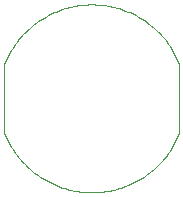
<source format=gko>
G75*
%MOIN*%
%OFA0B0*%
%FSLAX25Y25*%
%IPPOS*%
%LPD*%
%AMOC8*
5,1,8,0,0,1.08239X$1,22.5*
%
%ADD10C,0.00000*%
D10*
X0025463Y0047470D02*
X0025463Y0070384D01*
X0025462Y0047470D02*
X0025750Y0046762D01*
X0026056Y0046062D01*
X0026378Y0045369D01*
X0026717Y0044684D01*
X0027073Y0044008D01*
X0027446Y0043341D01*
X0027834Y0042683D01*
X0028239Y0042034D01*
X0028659Y0041396D01*
X0029094Y0040768D01*
X0029545Y0040151D01*
X0030011Y0039545D01*
X0030491Y0038951D01*
X0030986Y0038369D01*
X0031495Y0037799D01*
X0032018Y0037241D01*
X0032554Y0036696D01*
X0033103Y0036165D01*
X0033665Y0035647D01*
X0034239Y0035143D01*
X0034826Y0034653D01*
X0035424Y0034178D01*
X0036034Y0033717D01*
X0036655Y0033272D01*
X0037286Y0032842D01*
X0037928Y0032427D01*
X0038580Y0032028D01*
X0039241Y0031645D01*
X0039912Y0031278D01*
X0040591Y0030928D01*
X0041279Y0030595D01*
X0041974Y0030278D01*
X0042677Y0029979D01*
X0043387Y0029696D01*
X0044104Y0029431D01*
X0044827Y0029184D01*
X0045556Y0028955D01*
X0046290Y0028743D01*
X0047030Y0028549D01*
X0047773Y0028373D01*
X0048521Y0028216D01*
X0049273Y0028077D01*
X0050027Y0027956D01*
X0050784Y0027854D01*
X0051544Y0027770D01*
X0052305Y0027705D01*
X0053068Y0027658D01*
X0053832Y0027630D01*
X0054596Y0027621D01*
X0055360Y0027630D01*
X0056124Y0027658D01*
X0056887Y0027705D01*
X0057648Y0027770D01*
X0058408Y0027854D01*
X0059165Y0027956D01*
X0059919Y0028077D01*
X0060671Y0028216D01*
X0061419Y0028373D01*
X0062162Y0028549D01*
X0062902Y0028743D01*
X0063636Y0028955D01*
X0064365Y0029184D01*
X0065088Y0029431D01*
X0065805Y0029696D01*
X0066515Y0029979D01*
X0067218Y0030278D01*
X0067913Y0030595D01*
X0068601Y0030928D01*
X0069280Y0031278D01*
X0069951Y0031645D01*
X0070612Y0032028D01*
X0071264Y0032427D01*
X0071906Y0032842D01*
X0072537Y0033272D01*
X0073158Y0033717D01*
X0073768Y0034178D01*
X0074366Y0034653D01*
X0074953Y0035143D01*
X0075527Y0035647D01*
X0076089Y0036165D01*
X0076638Y0036696D01*
X0077174Y0037241D01*
X0077697Y0037799D01*
X0078206Y0038369D01*
X0078701Y0038951D01*
X0079181Y0039545D01*
X0079647Y0040151D01*
X0080098Y0040768D01*
X0080533Y0041396D01*
X0080953Y0042034D01*
X0081358Y0042683D01*
X0081746Y0043341D01*
X0082119Y0044008D01*
X0082475Y0044684D01*
X0082814Y0045369D01*
X0083136Y0046062D01*
X0083442Y0046762D01*
X0083730Y0047470D01*
X0083730Y0070384D01*
X0083442Y0071092D01*
X0083136Y0071792D01*
X0082814Y0072485D01*
X0082475Y0073170D01*
X0082119Y0073846D01*
X0081746Y0074513D01*
X0081358Y0075171D01*
X0080953Y0075820D01*
X0080533Y0076458D01*
X0080098Y0077086D01*
X0079647Y0077703D01*
X0079181Y0078309D01*
X0078701Y0078903D01*
X0078206Y0079485D01*
X0077697Y0080055D01*
X0077174Y0080613D01*
X0076638Y0081158D01*
X0076089Y0081689D01*
X0075527Y0082207D01*
X0074953Y0082711D01*
X0074366Y0083201D01*
X0073768Y0083676D01*
X0073158Y0084137D01*
X0072537Y0084582D01*
X0071906Y0085012D01*
X0071264Y0085427D01*
X0070612Y0085826D01*
X0069951Y0086209D01*
X0069280Y0086576D01*
X0068601Y0086926D01*
X0067913Y0087259D01*
X0067218Y0087576D01*
X0066515Y0087875D01*
X0065805Y0088158D01*
X0065088Y0088423D01*
X0064365Y0088670D01*
X0063636Y0088899D01*
X0062902Y0089111D01*
X0062162Y0089305D01*
X0061419Y0089481D01*
X0060671Y0089638D01*
X0059919Y0089777D01*
X0059165Y0089898D01*
X0058408Y0090000D01*
X0057648Y0090084D01*
X0056887Y0090149D01*
X0056124Y0090196D01*
X0055360Y0090224D01*
X0054596Y0090233D01*
X0053832Y0090224D01*
X0053068Y0090196D01*
X0052305Y0090149D01*
X0051544Y0090084D01*
X0050784Y0090000D01*
X0050027Y0089898D01*
X0049273Y0089777D01*
X0048521Y0089638D01*
X0047773Y0089481D01*
X0047030Y0089305D01*
X0046290Y0089111D01*
X0045556Y0088899D01*
X0044827Y0088670D01*
X0044104Y0088423D01*
X0043387Y0088158D01*
X0042677Y0087875D01*
X0041974Y0087576D01*
X0041279Y0087259D01*
X0040591Y0086926D01*
X0039912Y0086576D01*
X0039241Y0086209D01*
X0038580Y0085826D01*
X0037928Y0085427D01*
X0037286Y0085012D01*
X0036655Y0084582D01*
X0036034Y0084137D01*
X0035424Y0083676D01*
X0034826Y0083201D01*
X0034239Y0082711D01*
X0033665Y0082207D01*
X0033103Y0081689D01*
X0032554Y0081158D01*
X0032018Y0080613D01*
X0031495Y0080055D01*
X0030986Y0079485D01*
X0030491Y0078903D01*
X0030011Y0078309D01*
X0029545Y0077703D01*
X0029094Y0077086D01*
X0028659Y0076458D01*
X0028239Y0075820D01*
X0027834Y0075171D01*
X0027446Y0074513D01*
X0027073Y0073846D01*
X0026717Y0073170D01*
X0026378Y0072485D01*
X0026056Y0071792D01*
X0025750Y0071092D01*
X0025462Y0070384D01*
M02*

</source>
